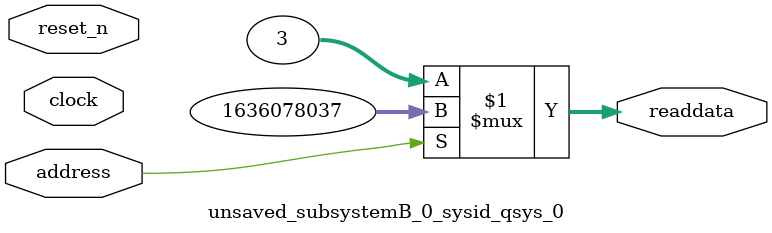
<source format=v>



// synthesis translate_off
`timescale 1ns / 1ps
// synthesis translate_on

// turn off superfluous verilog processor warnings 
// altera message_level Level1 
// altera message_off 10034 10035 10036 10037 10230 10240 10030 

module unsaved_subsystemB_0_sysid_qsys_0 (
               // inputs:
                address,
                clock,
                reset_n,

               // outputs:
                readdata
             )
;

  output  [ 31: 0] readdata;
  input            address;
  input            clock;
  input            reset_n;

  wire    [ 31: 0] readdata;
  //control_slave, which is an e_avalon_slave
  assign readdata = address ? 1636078037 : 3;

endmodule



</source>
